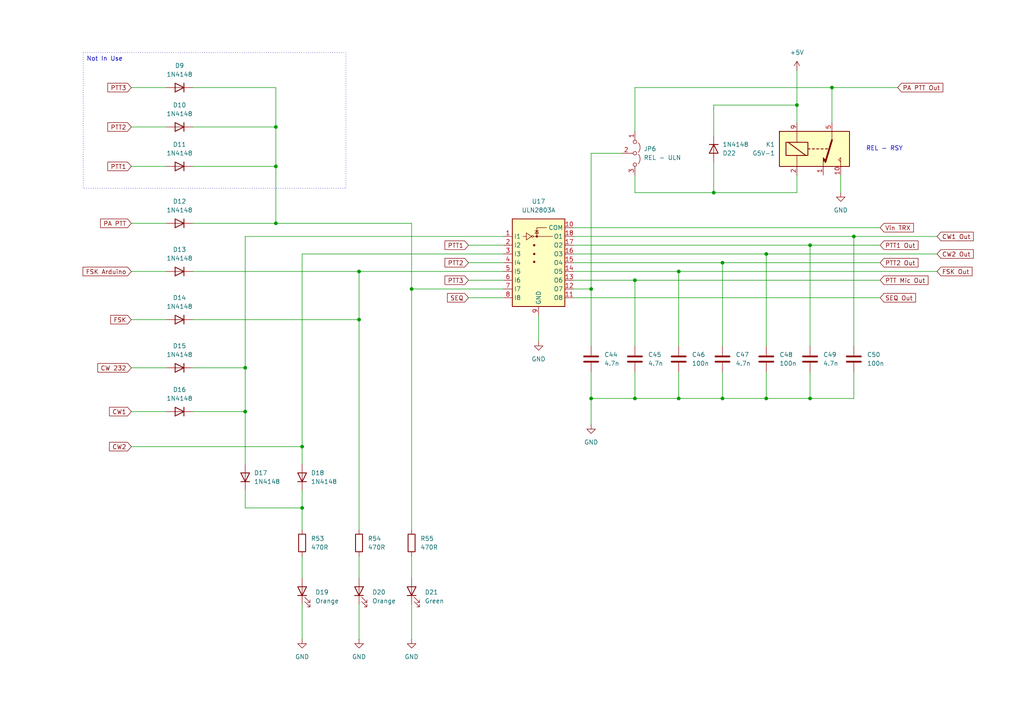
<source format=kicad_sch>
(kicad_sch (version 20231120) (generator "eeschema") (generator_version "8.0")
  (paper "A4")
  (title_block (rev "0.1"))
  (lib_symbols
    (symbol "Device:C" (pin_numbers hide) (pin_names (offset 0.254))
      (property "Reference" "C" (at 0.635 2.54 0))
      (property "Value" "C" (at 0.635 -2.54 0))
      (symbol "C_0_1"
        (polyline (pts (xy -2.032 -0.762) (xy 2.032 -0.762)) (stroke (width 0.508)))
        (polyline (pts (xy -2.032 0.762) (xy 2.032 0.762)) (stroke (width 0.508)))
      )
      (symbol "C_1_1"
        (pin passive line (at 0 3.81 270) (length 2.794) (name "~") (number "1"))
        (pin passive line (at 0 -3.81 90) (length 2.794) (name "~") (number "2"))
      )
    )
    (symbol "Device:LED" (pin_numbers hide) (pin_names (offset 1.016) hide)
      (property "Reference" "D" (at 0 2.54 0))
      (property "Value" "LED" (at 0 -2.54 0))
      (symbol "LED_0_1"
        (polyline (pts (xy -1.27 -1.27) (xy -1.27 1.27)) (stroke (width 0.254)))
        (polyline (pts (xy -1.27 0) (xy 1.27 0)))
        (polyline (pts (xy 1.27 -1.27) (xy 1.27 1.27) (xy -1.27 0) (xy 1.27 -1.27)) (stroke (width 0.254)))
        (polyline (pts (xy -3.048 -0.762) (xy -4.572 -2.286) (xy -3.81 -2.286) (xy -4.572 -2.286) (xy -4.572 -1.524)))
        (polyline (pts (xy -1.778 -0.762) (xy -3.302 -2.286) (xy -2.54 -2.286) (xy -3.302 -2.286) (xy -3.302 -1.524)))
      )
      (symbol "LED_1_1"
        (pin passive line (at -3.81 0 0) (length 2.54) (name "K") (number "1"))
        (pin passive line (at 3.81 0 180) (length 2.54) (name "A") (number "2"))
      )
    )
    (symbol "Device:R" (pin_numbers hide) (pin_names (offset 0))
      (property "Reference" "R" (at 2.032 0 90))
      (property "Value" "R" (at 0 0 90))
      (symbol "R_0_1"
        (rectangle (start -1.016 -2.54) (end 1.016 2.54) (stroke (width 0.254)))
      )
      (symbol "R_1_1"
        (pin passive line (at 0 3.81 270) (length 1.27) (name "~") (number "1"))
        (pin passive line (at 0 -3.81 90) (length 1.27) (name "~") (number "2"))
      )
    )
    (symbol "Diode:1N4148" (pin_numbers hide) (pin_names hide)
      (property "Reference" "D" (at 0 2.54 0))
      (property "Value" "1N4148" (at 0 -2.54 0))
      (symbol "1N4148_0_1"
        (polyline (pts (xy -1.27 1.27) (xy -1.27 -1.27)) (stroke (width 0.254)))
        (polyline (pts (xy 1.27 0) (xy -1.27 0)))
        (polyline (pts (xy 1.27 1.27) (xy 1.27 -1.27) (xy -1.27 0) (xy 1.27 1.27)) (stroke (width 0.254)))
      )
      (symbol "1N4148_1_1"
        (pin passive line (at -3.81 0 0) (length 2.54) (name "K") (number "1"))
        (pin passive line (at 3.81 0 180) (length 2.54) (name "A") (number "2"))
      )
    )
    (symbol "Jumper:Jumper_3_Open" (pin_names (offset 0) hide) (exclude_from_sim yes) (in_bom no)
      (property "Reference" "JP" (at -2.54 -2.54 0))
      (property "Value" "Jumper_3_Open" (at 0 2.794 0))
      (symbol "Jumper_3_Open_0_0"
        (circle (center -3.302 0) (radius 0.508))
        (circle (center 0 0) (radius 0.508))
        (circle (center 3.302 0) (radius 0.508))
      )
      (symbol "Jumper_3_Open_0_1"
        (arc (start -0.254 1.016) (mid -1.651 1.4992) (end -3.048 1.016))
        (polyline (pts (xy 0 -0.508) (xy 0 -1.27)))
        (arc (start 3.048 1.016) (mid 1.651 1.4992) (end 0.254 1.016))
      )
      (symbol "Jumper_3_Open_1_1"
        (pin passive line (at -6.35 0 0) (length 2.54) (name "A") (number "1"))
        (pin passive line (at 0 -3.81 90) (length 2.54) (name "C") (number "2"))
        (pin passive line (at 6.35 0 180) (length 2.54) (name "B") (number "3"))
      )
    )
    (symbol "Relay:G5V-1"
      (property "Reference" "K" (at 11.43 3.81 0))
      (property "Value" "G5V-1" (at 11.43 1.27 0))
      (symbol "G5V-1_0_0"
        (polyline (pts (xy 7.62 5.08) (xy 7.62 2.54) (xy 6.985 3.175) (xy 7.62 3.81)))
      )
      (symbol "G5V-1_0_1"
        (rectangle (start -10.16 5.08) (end 10.16 -5.08) (stroke (width 0.254)) (fill (type background)))
        (rectangle (start -8.255 1.905) (end -1.905 -1.905) (stroke (width 0.254)))
        (polyline (pts (xy -7.62 -1.905) (xy -2.54 1.905)) (stroke (width 0.254)))
        (polyline (pts (xy -5.08 -5.08) (xy -5.08 -1.905)))
        (polyline (pts (xy -5.08 5.08) (xy -5.08 1.905)))
        (polyline (pts (xy -1.905 0) (xy -1.27 0)) (stroke (width 0.254)))
        (polyline (pts (xy -0.635 0) (xy 0 0)) (stroke (width 0.254)))
        (polyline (pts (xy 0.635 0) (xy 1.27 0)) (stroke (width 0.254)))
        (polyline (pts (xy 1.905 0) (xy 2.54 0)) (stroke (width 0.254)))
        (polyline (pts (xy 3.175 0) (xy 3.81 0)) (stroke (width 0.254)))
        (polyline (pts (xy 5.08 -2.54) (xy 3.175 3.81)) (stroke (width 0.508)))
        (polyline (pts (xy 5.08 -2.54) (xy 5.08 -5.08)))
        (polyline (pts (xy 2.54 5.08) (xy 2.54 2.54) (xy 3.175 3.175) (xy 2.54 3.81)) (fill (type outline)))
      )
      (symbol "G5V-1_1_1"
        (pin passive line (at 2.54 7.62 270) (length 2.54) (name "~") (number "1"))
        (pin passive line (at 7.62 7.62 270) (length 2.54) (name "~") (number "10"))
        (pin passive line (at -5.08 7.62 270) (length 2.54) (name "~") (number "2"))
        (pin passive line (at 5.08 -7.62 90) (length 2.54) (name "~") (number "5"))
        (pin passive line (at 5.08 -7.62 90) (length 2.54) hide (name "~") (number "6"))
        (pin passive line (at -5.08 -7.62 90) (length 2.54) (name "~") (number "9"))
      )
    )
    (symbol "Transistor_Array:ULN2803A"
      (property "Reference" "U" (at 0 13.335 0))
      (property "Value" "ULN2803A" (at 0 11.43 0))
      (symbol "ULN2803A_0_1"
        (rectangle (start -7.62 -15.24) (end 7.62 10.16) (stroke (width 0.254)) (fill (type background)))
        (circle (center -1.778 5.08) (radius 0.254))
        (circle (center -1.27 -2.286) (radius 0.254) (fill (type outline)))
        (circle (center -1.27 0) (radius 0.254) (fill (type outline)))
        (circle (center -1.27 2.54) (radius 0.254) (fill (type outline)))
        (circle (center -0.508 5.08) (radius 0.254) (fill (type outline)))
        (polyline (pts (xy -4.572 5.08) (xy -3.556 5.08)))
        (polyline (pts (xy -1.524 5.08) (xy 4.064 5.08)))
        (polyline (pts (xy 0 6.731) (xy -1.016 6.731)))
        (polyline (pts (xy -0.508 5.08) (xy -0.508 7.62) (xy 2.286 7.62)))
        (polyline (pts (xy -3.556 6.096) (xy -3.556 4.064) (xy -2.032 5.08) (xy -3.556 6.096)))
        (polyline (pts (xy 0 5.969) (xy -1.016 5.969) (xy -0.508 6.731) (xy 0 5.969)))
      )
      (symbol "ULN2803A_1_1"
        (pin input line (at -10.16 5.08 0) (length 2.54) (name "I1") (number "1"))
        (pin passive line (at 10.16 7.62 180) (length 2.54) (name "COM") (number "10"))
        (pin open_collector line (at 10.16 -12.7 180) (length 2.54) (name "O8") (number "11"))
        (pin open_collector line (at 10.16 -10.16 180) (length 2.54) (name "O7") (number "12"))
        (pin open_collector line (at 10.16 -7.62 180) (length 2.54) (name "O6") (number "13"))
        (pin open_collector line (at 10.16 -5.08 180) (length 2.54) (name "O5") (number "14"))
        (pin open_collector line (at 10.16 -2.54 180) (length 2.54) (name "O4") (number "15"))
        (pin open_collector line (at 10.16 0 180) (length 2.54) (name "O3") (number "16"))
        (pin open_collector line (at 10.16 2.54 180) (length 2.54) (name "O2") (number "17"))
        (pin open_collector line (at 10.16 5.08 180) (length 2.54) (name "O1") (number "18"))
        (pin input line (at -10.16 2.54 0) (length 2.54) (name "I2") (number "2"))
        (pin input line (at -10.16 0 0) (length 2.54) (name "I3") (number "3"))
        (pin input line (at -10.16 -2.54 0) (length 2.54) (name "I4") (number "4"))
        (pin input line (at -10.16 -5.08 0) (length 2.54) (name "I5") (number "5"))
        (pin input line (at -10.16 -7.62 0) (length 2.54) (name "I6") (number "6"))
        (pin input line (at -10.16 -10.16 0) (length 2.54) (name "I7") (number "7"))
        (pin input line (at -10.16 -12.7 0) (length 2.54) (name "I8") (number "8"))
        (pin power_in line (at 0 -17.78 90) (length 2.54) (name "GND") (number "9"))
      )
    )
    (symbol "power:+5V" (power) (pin_numbers hide) (pin_names (offset 0) hide)
      (property "Value" "+5V" (at 0 3.556 0))
      (symbol "+5V_0_1"
        (polyline (pts (xy -0.762 1.27) (xy 0 2.54)))
        (polyline (pts (xy 0 0) (xy 0 2.54)))
        (polyline (pts (xy 0 2.54) (xy 0.762 1.27)))
      )
      (symbol "+5V_1_1"
        (pin power_in line (at 0 0 90) (length 0) (name "~") (number "1"))
      )
    )
    (symbol "power:GND" (power) (pin_numbers hide) (pin_names (offset 0) hide)
      (property "Value" "GND" (at 0 -3.81 0))
      (symbol "GND_0_1"
        (polyline (pts (xy 0 0) (xy 0 -1.27) (xy 1.27 -1.27) (xy 0 -2.54) (xy -1.27 -1.27) (xy 0 -1.27)))
      )
      (symbol "GND_1_1"
        (pin power_in line (at 0 0 270) (length 0) (name "~") (number "1"))
      )
    )
  )
  (junction (at 104.14 78.74))
  (junction (at 171.45 83.82))
  (junction (at 184.15 115.57))
  (junction (at 80.01 64.77))
  (junction (at 71.12 119.38))
  (junction (at 87.63 147.32))
  (junction (at 234.95 115.57))
  (junction (at 247.65 68.58))
  (junction (at 119.38 83.82))
  (junction (at 209.55 76.2))
  (junction (at 80.01 36.83))
  (junction (at 196.85 115.57))
  (junction (at 184.15 81.28))
  (junction (at 222.25 73.66))
  (junction (at 171.45 115.57))
  (junction (at 209.55 115.57))
  (junction (at 87.63 129.54))
  (junction (at 222.25 115.57))
  (junction (at 196.85 78.74))
  (junction (at 71.12 106.68))
  (junction (at 80.01 48.26))
  (junction (at 234.95 71.12))
  (junction (at 104.14 92.71))
  (junction (at 231.14 30.48))
  (junction (at 207.01 55.88))
  (junction (at 241.3 25.4))
  (wire (pts (xy 135.89 81.28) (xy 146.05 81.28)))
  (wire (pts (xy 207.01 55.88) (xy 231.14 55.88)))
  (wire (pts (xy 38.1 48.26) (xy 48.26 48.26)))
  (wire (pts (xy 166.37 76.2) (xy 209.55 76.2)))
  (wire (pts (xy 104.14 78.74) (xy 104.14 92.71)))
  (wire (pts (xy 104.14 153.67) (xy 104.14 92.71)))
  (wire (pts (xy 207.01 46.99) (xy 207.01 55.88)))
  (wire (pts (xy 231.14 20.32) (xy 231.14 30.48)))
  (wire (pts (xy 184.15 107.95) (xy 184.15 115.57)))
  (wire (pts (xy 38.1 25.4) (xy 48.26 25.4)))
  (wire (pts (xy 38.1 119.38) (xy 48.26 119.38)))
  (wire (pts (xy 55.88 92.71) (xy 104.14 92.71)))
  (wire (pts (xy 156.21 91.44) (xy 156.21 99.06)))
  (wire (pts (xy 196.85 115.57) (xy 209.55 115.57)))
  (wire (pts (xy 146.05 68.58) (xy 71.12 68.58)))
  (wire (pts (xy 87.63 161.29) (xy 87.63 167.64)))
  (wire (pts (xy 104.14 175.26) (xy 104.14 185.42)))
  (wire (pts (xy 171.45 83.82) (xy 171.45 100.33)))
  (wire (pts (xy 104.14 161.29) (xy 104.14 167.64)))
  (wire (pts (xy 222.25 107.95) (xy 222.25 115.57)))
  (wire (pts (xy 209.55 115.57) (xy 222.25 115.57)))
  (wire (pts (xy 80.01 48.26) (xy 80.01 64.77)))
  (wire (pts (xy 231.14 55.88) (xy 231.14 50.8)))
  (wire (pts (xy 87.63 147.32) (xy 71.12 147.32)))
  (wire (pts (xy 247.65 68.58) (xy 271.78 68.58)))
  (wire (pts (xy 135.89 76.2) (xy 146.05 76.2)))
  (wire (pts (xy 184.15 115.57) (xy 196.85 115.57)))
  (wire (pts (xy 166.37 73.66) (xy 222.25 73.66)))
  (wire (pts (xy 135.89 86.36) (xy 146.05 86.36)))
  (wire (pts (xy 55.88 119.38) (xy 71.12 119.38)))
  (wire (pts (xy 171.45 115.57) (xy 184.15 115.57)))
  (wire (pts (xy 196.85 78.74) (xy 271.78 78.74)))
  (wire (pts (xy 119.38 83.82) (xy 146.05 83.82)))
  (wire (pts (xy 119.38 161.29) (xy 119.38 167.64)))
  (wire (pts (xy 38.1 78.74) (xy 48.26 78.74)))
  (wire (pts (xy 80.01 36.83) (xy 80.01 48.26)))
  (wire (pts (xy 184.15 81.28) (xy 184.15 100.33)))
  (wire (pts (xy 55.88 64.77) (xy 80.01 64.77)))
  (wire (pts (xy 241.3 35.56) (xy 241.3 25.4)))
  (wire (pts (xy 55.88 25.4) (xy 80.01 25.4)))
  (wire (pts (xy 209.55 76.2) (xy 209.55 100.33)))
  (wire (pts (xy 184.15 25.4) (xy 184.15 38.1)))
  (wire (pts (xy 247.65 68.58) (xy 247.65 100.33)))
  (wire (pts (xy 80.01 25.4) (xy 80.01 36.83)))
  (wire (pts (xy 166.37 81.28) (xy 184.15 81.28)))
  (wire (pts (xy 166.37 66.04) (xy 255.27 66.04)))
  (wire (pts (xy 135.89 71.12) (xy 146.05 71.12)))
  (wire (pts (xy 71.12 142.24) (xy 71.12 147.32)))
  (wire (pts (xy 87.63 73.66) (xy 87.63 129.54)))
  (wire (pts (xy 119.38 83.82) (xy 119.38 153.67)))
  (wire (pts (xy 184.15 81.28) (xy 255.27 81.28)))
  (wire (pts (xy 184.15 50.8) (xy 184.15 55.88)))
  (wire (pts (xy 247.65 115.57) (xy 247.65 107.95)))
  (wire (pts (xy 38.1 36.83) (xy 48.26 36.83)))
  (wire (pts (xy 231.14 35.56) (xy 231.14 30.48)))
  (wire (pts (xy 166.37 68.58) (xy 247.65 68.58)))
  (wire (pts (xy 87.63 129.54) (xy 87.63 134.62)))
  (wire (pts (xy 231.14 30.48) (xy 207.01 30.48)))
  (wire (pts (xy 166.37 83.82) (xy 171.45 83.82)))
  (wire (pts (xy 87.63 175.26) (xy 87.63 185.42)))
  (wire (pts (xy 71.12 106.68) (xy 71.12 119.38)))
  (wire (pts (xy 119.38 175.26) (xy 119.38 185.42)))
  (wire (pts (xy 71.12 119.38) (xy 71.12 134.62)))
  (wire (pts (xy 38.1 92.71) (xy 48.26 92.71)))
  (wire (pts (xy 243.84 50.8) (xy 243.84 55.88)))
  (wire (pts (xy 222.25 73.66) (xy 222.25 100.33)))
  (wire (pts (xy 234.95 107.95) (xy 234.95 115.57)))
  (wire (pts (xy 38.1 64.77) (xy 48.26 64.77)))
  (wire (pts (xy 234.95 71.12) (xy 234.95 100.33)))
  (wire (pts (xy 241.3 25.4) (xy 184.15 25.4)))
  (wire (pts (xy 180.34 44.45) (xy 171.45 44.45)))
  (wire (pts (xy 171.45 107.95) (xy 171.45 115.57)))
  (wire (pts (xy 80.01 64.77) (xy 119.38 64.77)))
  (wire (pts (xy 55.88 48.26) (xy 80.01 48.26)))
  (wire (pts (xy 171.45 115.57) (xy 171.45 123.19)))
  (wire (pts (xy 166.37 71.12) (xy 234.95 71.12)))
  (wire (pts (xy 38.1 106.68) (xy 48.26 106.68)))
  (wire (pts (xy 234.95 71.12) (xy 255.27 71.12)))
  (wire (pts (xy 196.85 107.95) (xy 196.85 115.57)))
  (wire (pts (xy 71.12 68.58) (xy 71.12 106.68)))
  (wire (pts (xy 222.25 73.66) (xy 271.78 73.66)))
  (wire (pts (xy 209.55 107.95) (xy 209.55 115.57)))
  (wire (pts (xy 207.01 30.48) (xy 207.01 39.37)))
  (wire (pts (xy 87.63 147.32) (xy 87.63 153.67)))
  (wire (pts (xy 171.45 44.45) (xy 171.45 83.82)))
  (wire (pts (xy 196.85 78.74) (xy 196.85 100.33)))
  (wire (pts (xy 222.25 115.57) (xy 234.95 115.57)))
  (wire (pts (xy 104.14 78.74) (xy 146.05 78.74)))
  (wire (pts (xy 119.38 64.77) (xy 119.38 83.82)))
  (wire (pts (xy 55.88 106.68) (xy 71.12 106.68)))
  (wire (pts (xy 166.37 86.36) (xy 255.27 86.36)))
  (wire (pts (xy 55.88 78.74) (xy 104.14 78.74)))
  (wire (pts (xy 234.95 115.57) (xy 247.65 115.57)))
  (wire (pts (xy 55.88 36.83) (xy 80.01 36.83)))
  (wire (pts (xy 146.05 73.66) (xy 87.63 73.66)))
  (wire (pts (xy 209.55 76.2) (xy 255.27 76.2)))
  (wire (pts (xy 184.15 55.88) (xy 207.01 55.88)))
  (wire (pts (xy 166.37 78.74) (xy 196.85 78.74)))
  (wire (pts (xy 87.63 142.24) (xy 87.63 147.32)))
  (wire (pts (xy 241.3 25.4) (xy 260.35 25.4)))
  (wire (pts (xy 38.1 129.54) (xy 87.63 129.54)))
  (text_box "Not In Use" (at 24.13 15.24 0) (size 76.2 39.37) (stroke (width 0) (type dot)) (effects (font (size 1.27 1.27)) (justify left top)))
  (text "REL - RSY" (at 256.54 43.18 0) (effects (font (size 1.27 1.27))))
  (global_label "CW1 Out" (shape input) (at 271.78 68.58 0) (property "Intersheetrefs" "${INTERSHEET_REFS}" (effects (hide yes))))
  (global_label "PTT2 Out" (shape input) (at 255.27 76.2 0) (property "Intersheetrefs" "${INTERSHEET_REFS}" (effects (hide yes))))
  (global_label "PA PTT" (shape input) (at 38.1 64.77 180) (property "Intersheetrefs" "${INTERSHEET_REFS}" (effects (hide yes))))
  (global_label "PTT1" (shape input) (at 38.1 48.26 180) (property "Intersheetrefs" "${INTERSHEET_REFS}" (effects (hide yes))))
  (global_label "PTT1" (shape input) (at 135.89 71.12 180) (property "Intersheetrefs" "${INTERSHEET_REFS}" (effects (hide yes))))
  (global_label "CW2" (shape input) (at 38.1 129.54 180) (property "Intersheetrefs" "${INTERSHEET_REFS}" (effects (hide yes))))
  (global_label "PTT3" (shape input) (at 38.1 25.4 180) (property "Intersheetrefs" "${INTERSHEET_REFS}" (effects (hide yes))))
  (global_label "FSK Out" (shape input) (at 271.78 78.74 0) (property "Intersheetrefs" "${INTERSHEET_REFS}" (effects (hide yes))))
  (global_label "SEQ" (shape input) (at 135.89 86.36 180) (property "Intersheetrefs" "${INTERSHEET_REFS}" (effects (hide yes))))
  (global_label "PA PTT Out" (shape input) (at 260.35 25.4 0) (property "Intersheetrefs" "${INTERSHEET_REFS}" (effects (hide yes))))
  (global_label "CW2 Out" (shape input) (at 271.78 73.66 0) (property "Intersheetrefs" "${INTERSHEET_REFS}" (effects (hide yes))))
  (global_label "PTT1 Out" (shape input) (at 255.27 71.12 0) (property "Intersheetrefs" "${INTERSHEET_REFS}" (effects (hide yes))))
  (global_label "PTT2" (shape input) (at 38.1 36.83 180) (property "Intersheetrefs" "${INTERSHEET_REFS}" (effects (hide yes))))
  (global_label "FSK" (shape input) (at 38.1 92.71 180) (property "Intersheetrefs" "${INTERSHEET_REFS}" (effects (hide yes))))
  (global_label "Vin TRX" (shape input) (at 255.27 66.04 0) (property "Intersheetrefs" "${INTERSHEET_REFS}" (effects (hide yes))))
  (global_label "CW1" (shape input) (at 38.1 119.38 180) (property "Intersheetrefs" "${INTERSHEET_REFS}" (effects (hide yes))))
  (global_label "FSK Arduino" (shape input) (at 38.1 78.74 180) (property "Intersheetrefs" "${INTERSHEET_REFS}" (effects (hide yes))))
  (global_label "SEQ Out" (shape input) (at 255.27 86.36 0) (property "Intersheetrefs" "${INTERSHEET_REFS}" (effects (hide yes))))
  (global_label "PTT Mic Out" (shape input) (at 255.27 81.28 0) (property "Intersheetrefs" "${INTERSHEET_REFS}" (effects (hide yes))))
  (global_label "PTT2" (shape input) (at 135.89 76.2 180) (property "Intersheetrefs" "${INTERSHEET_REFS}" (effects (hide yes))))
  (global_label "PTT3" (shape input) (at 135.89 81.28 180) (property "Intersheetrefs" "${INTERSHEET_REFS}" (effects (hide yes))))
  (global_label "CW 232" (shape input) (at 38.1 106.68 180) (property "Intersheetrefs" "${INTERSHEET_REFS}" (effects (hide yes))))
  (symbol (lib_id "Device:C") (at 196.85 104.14 0) (unit 1)
    (property "Reference" "C46" (at 200.66 102.8699 0) (effects (justify left)))
    (property "Value" "100n" (at 200.66 105.4099 0) (effects (justify left)))
    (property "Footprint" "Capacitor_SMD:C_0201_0603Metric" (effects (hide yes)))
    (property "Description" "Unpolarized capacitor" (effects (hide yes)))
    (property "MPN" "C1590" (effects (hide yes)))
  )
  (symbol (lib_id "Device:LED") (at 87.63 171.45 90) (unit 1)
    (property "Reference" "D19" (at 91.44 171.7674 90) (effects (justify right)))
    (property "Value" "Orange" (at 91.44 174.3074 90) (effects (justify right)))
    (property "Footprint" "MyFootprints:2-pin JST LED" (effects (hide yes)))
    (property "Description" "Light emitting diode" (effects (hide yes)))
  )
  (symbol (lib_id "Device:R") (at 119.38 157.48 0) (unit 1)
    (property "Reference" "R55" (at 121.92 156.2099 0) (effects (justify left)))
    (property "Value" "470R" (at 121.92 158.7499 0) (effects (justify left)))
    (property "Footprint" "Resistor_SMD:R_0201_0603Metric" (effects (hide yes)))
    (property "Description" "Resistor" (effects (hide yes)))
    (property "MPN" "C23179" (effects (hide yes)))
  )
  (symbol (lib_id "Device:R") (at 87.63 157.48 0) (unit 1)
    (property "Reference" "R53" (at 90.17 156.2099 0) (effects (justify left)))
    (property "Value" "470R" (at 90.17 158.7499 0) (effects (justify left)))
    (property "Footprint" "Resistor_SMD:R_0201_0603Metric" (effects (hide yes)))
    (property "Description" "Resistor" (effects (hide yes)))
    (property "MPN" "C23179" (effects (hide yes)))
  )
  (symbol (lib_id "power:+5V") (at 231.14 20.32 0) (unit 1)
    (property "Reference" "#PWR66" (effects (hide yes)))
    (property "Value" "+5V" (at 231.14 15.24 0))
    (property "Description" "Power symbol creates a global label with name \"+5V\"" (effects (hide yes)))
  )
  (symbol (lib_id "Diode:1N4148") (at 52.07 78.74 180) (unit 1)
    (property "Reference" "D13" (at 52.07 72.39 0))
    (property "Value" "1N4148" (at 52.07 74.93 0))
    (property "Footprint" "Diode_SMD:D_SOD-523" (effects (hide yes)))
    (property "Datasheet" "https://assets.nexperia.com/documents/data-sheet/1N4148_1N4448.pdf" (effects (hide yes)))
    (property "Description" "100V 0.15A standard switching diode, DO-35" (effects (hide yes)))
    (property "Sim.Device" "D" (effects (hide yes)))
    (property "Sim.Pins" "1=K 2=A" (effects (hide yes)))
  )
  (symbol (lib_id "Device:R") (at 104.14 157.48 0) (unit 1)
    (property "Reference" "R54" (at 106.68 156.2099 0) (effects (justify left)))
    (property "Value" "470R" (at 106.68 158.7499 0) (effects (justify left)))
    (property "Footprint" "Resistor_SMD:R_0201_0603Metric" (effects (hide yes)))
    (property "Description" "Resistor" (effects (hide yes)))
    (property "MPN" "C23179" (effects (hide yes)))
  )
  (symbol (lib_id "power:GND") (at 87.63 185.42 0) (unit 1)
    (property "Reference" "#PWR61" (effects (hide yes)))
    (property "Value" "GND" (at 87.63 190.5 0))
    (property "Description" "Power symbol creates a global label with name \"GND\" , ground" (effects (hide yes)))
  )
  (symbol (lib_id "power:GND") (at 171.45 123.19 0) (unit 1)
    (property "Reference" "#PWR65" (effects (hide yes)))
    (property "Value" "GND" (at 171.45 128.27 0))
    (property "Description" "Power symbol creates a global label with name \"GND\" , ground" (effects (hide yes)))
  )
  (symbol (lib_id "Diode:1N4148") (at 52.07 64.77 180) (unit 1)
    (property "Reference" "D12" (at 52.07 58.42 0))
    (property "Value" "1N4148" (at 52.07 60.96 0))
    (property "Footprint" "Diode_SMD:D_SOD-523" (effects (hide yes)))
    (property "Datasheet" "https://assets.nexperia.com/documents/data-sheet/1N4148_1N4448.pdf" (effects (hide yes)))
    (property "Description" "100V 0.15A standard switching diode, DO-35" (effects (hide yes)))
    (property "Sim.Device" "D" (effects (hide yes)))
    (property "Sim.Pins" "1=K 2=A" (effects (hide yes)))
  )
  (symbol (lib_id "Diode:1N4148") (at 71.12 138.43 90) (unit 1)
    (property "Reference" "D17" (at 73.66 137.1599 90) (effects (justify right)))
    (property "Value" "1N4148" (at 73.66 139.6999 90) (effects (justify right)))
    (property "Footprint" "Diode_SMD:D_SOD-523" (effects (hide yes)))
    (property "Datasheet" "https://assets.nexperia.com/documents/data-sheet/1N4148_1N4448.pdf" (effects (hide yes)))
    (property "Description" "100V 0.15A standard switching diode, DO-35" (effects (hide yes)))
    (property "Sim.Device" "D" (effects (hide yes)))
    (property "Sim.Pins" "1=K 2=A" (effects (hide yes)))
  )
  (symbol (lib_id "Device:C") (at 234.95 104.14 0) (unit 1)
    (property "Reference" "C49" (at 238.76 102.8699 0) (effects (justify left)))
    (property "Value" "4.7n" (at 238.76 105.4099 0) (effects (justify left)))
    (property "Footprint" "Capacitor_SMD:C_0201_0603Metric" (effects (hide yes)))
    (property "Description" "Unpolarized capacitor" (effects (hide yes)))
    (property "MPN" "C1621" (effects (hide yes)))
  )
  (symbol (lib_id "Device:C") (at 184.15 104.14 0) (unit 1)
    (property "Reference" "C45" (at 187.96 102.8699 0) (effects (justify left)))
    (property "Value" "4.7n" (at 187.96 105.4099 0) (effects (justify left)))
    (property "Footprint" "Capacitor_SMD:C_0201_0603Metric" (effects (hide yes)))
    (property "Description" "Unpolarized capacitor" (effects (hide yes)))
    (property "MPN" "C1621" (effects (hide yes)))
  )
  (symbol (lib_id "Diode:1N4148") (at 207.01 43.18 90) (mirror x) (unit 1)
    (property "Reference" "D22" (at 209.55 44.4501 90) (effects (justify right)))
    (property "Value" "1N4148" (at 209.55 41.9101 90) (effects (justify right)))
    (property "Footprint" "Diode_SMD:D_SOD-523" (effects (hide yes)))
    (property "Datasheet" "https://assets.nexperia.com/documents/data-sheet/1N4148_1N4448.pdf" (effects (hide yes)))
    (property "Description" "100V 0.15A standard switching diode, DO-35" (effects (hide yes)))
    (property "Sim.Device" "D" (effects (hide yes)))
    (property "Sim.Pins" "1=K 2=A" (effects (hide yes)))
  )
  (symbol (lib_id "Diode:1N4148") (at 52.07 106.68 180) (unit 1)
    (property "Reference" "D15" (at 52.07 100.33 0))
    (property "Value" "1N4148" (at 52.07 102.87 0))
    (property "Footprint" "Diode_SMD:D_SOD-523" (effects (hide yes)))
    (property "Datasheet" "https://assets.nexperia.com/documents/data-sheet/1N4148_1N4448.pdf" (effects (hide yes)))
    (property "Description" "100V 0.15A standard switching diode, DO-35" (effects (hide yes)))
    (property "Sim.Device" "D" (effects (hide yes)))
    (property "Sim.Pins" "1=K 2=A" (effects (hide yes)))
  )
  (symbol (lib_id "Diode:1N4148") (at 52.07 48.26 180) (unit 1)
    (property "Reference" "D11" (at 52.07 41.91 0))
    (property "Value" "1N4148" (at 52.07 44.45 0))
    (property "Footprint" "Diode_SMD:D_SOD-523" (effects (hide yes)))
    (property "Datasheet" "https://assets.nexperia.com/documents/data-sheet/1N4148_1N4448.pdf" (effects (hide yes)))
    (property "Description" "100V 0.15A standard switching diode, DO-35" (effects (hide yes)))
    (property "Sim.Device" "D" (effects (hide yes)))
    (property "Sim.Pins" "1=K 2=A" (effects (hide yes)))
  )
  (symbol (lib_id "Diode:1N4148") (at 52.07 92.71 180) (unit 1)
    (property "Reference" "D14" (at 52.07 86.36 0))
    (property "Value" "1N4148" (at 52.07 88.9 0))
    (property "Footprint" "Diode_SMD:D_SOD-523" (effects (hide yes)))
    (property "Datasheet" "https://assets.nexperia.com/documents/data-sheet/1N4148_1N4448.pdf" (effects (hide yes)))
    (property "Description" "100V 0.15A standard switching diode, DO-35" (effects (hide yes)))
    (property "Sim.Device" "D" (effects (hide yes)))
    (property "Sim.Pins" "1=K 2=A" (effects (hide yes)))
  )
  (symbol (lib_id "Device:C") (at 222.25 104.14 0) (unit 1)
    (property "Reference" "C48" (at 226.06 102.8699 0) (effects (justify left)))
    (property "Value" "100n" (at 226.06 105.4099 0) (effects (justify left)))
    (property "Footprint" "Capacitor_SMD:C_0201_0603Metric" (effects (hide yes)))
    (property "Description" "Unpolarized capacitor" (effects (hide yes)))
    (property "MPN" "C1590" (effects (hide yes)))
  )
  (symbol (lib_id "power:GND") (at 156.21 99.06 0) (unit 1)
    (property "Reference" "#PWR64" (effects (hide yes)))
    (property "Value" "GND" (at 156.21 104.14 0))
    (property "Description" "Power symbol creates a global label with name \"GND\" , ground" (effects (hide yes)))
  )
  (symbol (lib_id "Jumper:Jumper_3_Open") (at 184.15 44.45 270) (unit 1) (exclude_from_sim yes) (in_bom no)
    (property "Reference" "JP6" (at 186.69 43.1799 90) (effects (justify left)))
    (property "Value" "REL - ULN" (at 186.69 45.7199 90) (effects (justify left)))
    (property "Footprint" "MyFootprints:Jumper_1x03_P2.54mm_large" (effects (hide yes)))
    (property "Description" "Jumper, 3-pole, both open" (effects (hide yes)))
  )
  (symbol (lib_id "power:GND") (at 243.84 55.88 0) (unit 1)
    (property "Reference" "#PWR67" (effects (hide yes)))
    (property "Value" "GND" (at 243.84 60.96 0))
    (property "Description" "Power symbol creates a global label with name \"GND\" , ground" (effects (hide yes)))
  )
  (symbol (lib_id "Device:LED") (at 119.38 171.45 90) (unit 1)
    (property "Reference" "D21" (at 123.19 171.7674 90) (effects (justify right)))
    (property "Value" "Green" (at 123.19 174.3074 90) (effects (justify right)))
    (property "Footprint" "MyFootprints:2-pin JST LED" (effects (hide yes)))
    (property "Description" "Light emitting diode" (effects (hide yes)))
  )
  (symbol (lib_id "Diode:1N4148") (at 52.07 36.83 180) (unit 1)
    (property "Reference" "D10" (at 52.07 30.48 0))
    (property "Value" "1N4148" (at 52.07 33.02 0))
    (property "Footprint" "Diode_SMD:D_SOD-523" (effects (hide yes)))
    (property "Datasheet" "https://assets.nexperia.com/documents/data-sheet/1N4148_1N4448.pdf" (effects (hide yes)))
    (property "Description" "100V 0.15A standard switching diode, DO-35" (effects (hide yes)))
    (property "Sim.Device" "D" (effects (hide yes)))
    (property "Sim.Pins" "1=K 2=A" (effects (hide yes)))
  )
  (symbol (lib_id "Device:C") (at 171.45 104.14 0) (unit 1)
    (property "Reference" "C44" (at 175.26 102.8699 0) (effects (justify left)))
    (property "Value" "4.7n" (at 175.26 105.4099 0) (effects (justify left)))
    (property "Footprint" "Capacitor_SMD:C_0201_0603Metric" (effects (hide yes)))
    (property "Description" "Unpolarized capacitor" (effects (hide yes)))
    (property "MPN" "C1621" (effects (hide yes)))
  )
  (symbol (lib_id "Diode:1N4148") (at 52.07 25.4 180) (unit 1)
    (property "Reference" "D9" (at 52.07 19.05 0))
    (property "Value" "1N4148" (at 52.07 21.59 0))
    (property "Footprint" "Diode_SMD:D_SOD-523" (effects (hide yes)))
    (property "Datasheet" "https://assets.nexperia.com/documents/data-sheet/1N4148_1N4448.pdf" (effects (hide yes)))
    (property "Description" "100V 0.15A standard switching diode, DO-35" (effects (hide yes)))
    (property "Sim.Device" "D" (effects (hide yes)))
    (property "Sim.Pins" "1=K 2=A" (effects (hide yes)))
  )
  (symbol (lib_id "power:GND") (at 119.38 185.42 0) (unit 1)
    (property "Reference" "#PWR63" (effects (hide yes)))
    (property "Value" "GND" (at 119.38 190.5 0))
    (property "Description" "Power symbol creates a global label with name \"GND\" , ground" (effects (hide yes)))
  )
  (symbol (lib_id "Device:C") (at 209.55 104.14 0) (unit 1)
    (property "Reference" "C47" (at 213.36 102.8699 0) (effects (justify left)))
    (property "Value" "4.7n" (at 213.36 105.4099 0) (effects (justify left)))
    (property "Footprint" "Capacitor_SMD:C_0201_0603Metric" (effects (hide yes)))
    (property "Description" "Unpolarized capacitor" (effects (hide yes)))
    (property "MPN" "C1621" (effects (hide yes)))
  )
  (symbol (lib_id "Relay:G5V-1") (at 236.22 43.18 0) (mirror x) (unit 1)
    (property "Reference" "K1" (at 224.79 41.9099 0) (effects (justify right)))
    (property "Value" "G5V-1" (at 224.79 44.4499 0) (effects (justify right)))
    (property "Footprint" "Relay_THT:Relay_SPDT_Omron_G5V-1" (effects (hide yes)))
    (property "Datasheet" "http://omronfs.omron.com/en_US/ecb/products/pdf/en-g5v_1.pdf" (effects (hide yes)))
    (property "Description" "Ultra-miniature, Highly Sensitive SPDT Relay for Signal Circuits" (effects (hide yes)))
  )
  (symbol (lib_id "Device:C") (at 247.65 104.14 0) (unit 1)
    (property "Reference" "C50" (at 251.46 102.8699 0) (effects (justify left)))
    (property "Value" "100n" (at 251.46 105.4099 0) (effects (justify left)))
    (property "Footprint" "Capacitor_SMD:C_0201_0603Metric" (effects (hide yes)))
    (property "Description" "Unpolarized capacitor" (effects (hide yes)))
    (property "MPN" "C1590" (effects (hide yes)))
  )
  (symbol (lib_id "Diode:1N4148") (at 52.07 119.38 180) (unit 1)
    (property "Reference" "D16" (at 52.07 113.03 0))
    (property "Value" "1N4148" (at 52.07 115.57 0))
    (property "Footprint" "Diode_SMD:D_SOD-523" (effects (hide yes)))
    (property "Datasheet" "https://assets.nexperia.com/documents/data-sheet/1N4148_1N4448.pdf" (effects (hide yes)))
    (property "Description" "100V 0.15A standard switching diode, DO-35" (effects (hide yes)))
    (property "Sim.Device" "D" (effects (hide yes)))
    (property "Sim.Pins" "1=K 2=A" (effects (hide yes)))
  )
  (symbol (lib_id "Device:LED") (at 104.14 171.45 90) (unit 1)
    (property "Reference" "D20" (at 107.95 171.7674 90) (effects (justify right)))
    (property "Value" "Orange" (at 107.95 174.3074 90) (effects (justify right)))
    (property "Footprint" "MyFootprints:2-pin JST LED" (effects (hide yes)))
    (property "Description" "Light emitting diode" (effects (hide yes)))
  )
  (symbol (lib_id "Diode:1N4148") (at 87.63 138.43 90) (unit 1)
    (property "Reference" "D18" (at 90.17 137.1599 90) (effects (justify right)))
    (property "Value" "1N4148" (at 90.17 139.6999 90) (effects (justify right)))
    (property "Footprint" "Diode_SMD:D_SOD-523" (effects (hide yes)))
    (property "Datasheet" "https://assets.nexperia.com/documents/data-sheet/1N4148_1N4448.pdf" (effects (hide yes)))
    (property "Description" "100V 0.15A standard switching diode, DO-35" (effects (hide yes)))
    (property "Sim.Device" "D" (effects (hide yes)))
    (property "Sim.Pins" "1=K 2=A" (effects (hide yes)))
  )
  (symbol (lib_id "Transistor_Array:ULN2803A") (at 156.21 73.66 0) (unit 1)
    (property "Reference" "U17" (at 156.21 58.42 0))
    (property "Value" "ULN2803A" (at 156.21 60.96 0))
    (property "Footprint" "Package_SO:SOIC-18W_7.5x11.6mm_P1.27mm" (effects (hide yes)))
    (property "Datasheet" "http://www.ti.com/lit/ds/symlink/uln2803a.pdf" (effects (hide yes)))
    (property "Description" "Darlington Transistor Arrays, SOIC18/DIP18" (effects (hide yes)))
    (property "MPN" "C181731" (effects (hide yes)))
  )
  (symbol (lib_id "power:GND") (at 104.14 185.42 0) (unit 1)
    (property "Reference" "#PWR62" (effects (hide yes)))
    (property "Value" "GND" (at 104.14 190.5 0))
    (property "Description" "Power symbol creates a global label with name \"GND\" , ground" (effects (hide yes)))
  )
)
</source>
